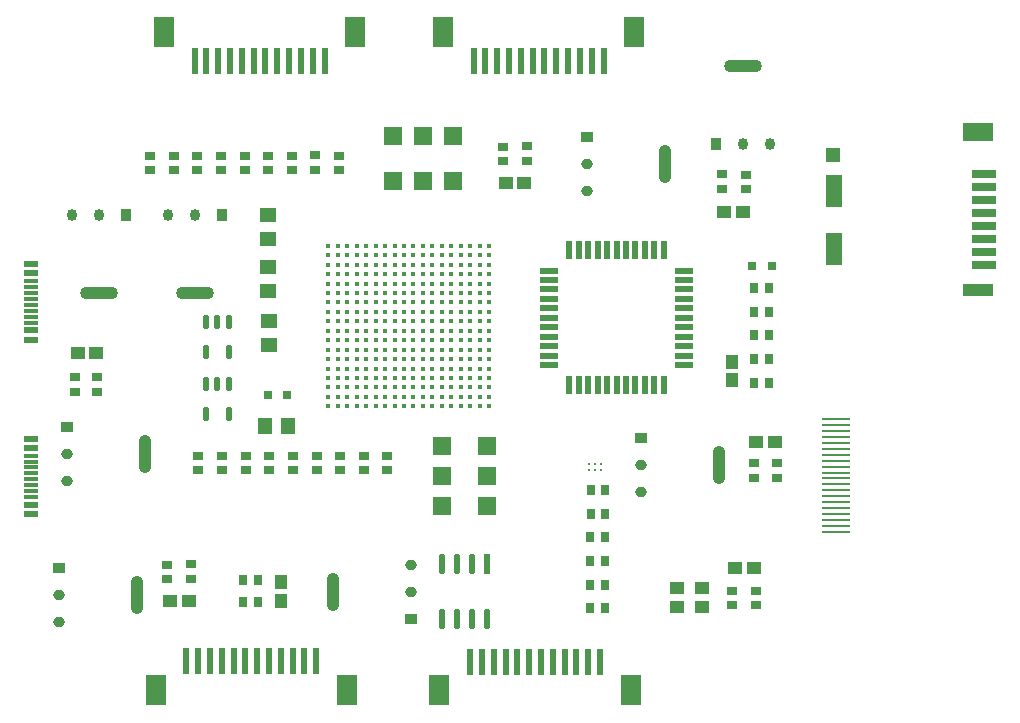
<source format=gbr>
%TF.GenerationSoftware,Altium Limited,Altium Designer,23.4.1 (23)*%
G04 Layer_Color=8421504*
%FSLAX45Y45*%
%MOMM*%
%TF.SameCoordinates,C80D94D6-ACD9-4930-820E-424AA932BAC3*%
%TF.FilePolarity,Positive*%
%TF.FileFunction,Paste,Top*%
%TF.Part,Single*%
G01*
G75*
%TA.AperFunction,SMDPad,CuDef*%
G04:AMPARAMS|DCode=10|XSize=1.21mm|YSize=0.59mm|CornerRadius=0.1475mm|HoleSize=0mm|Usage=FLASHONLY|Rotation=270.000|XOffset=0mm|YOffset=0mm|HoleType=Round|Shape=RoundedRectangle|*
%AMROUNDEDRECTD10*
21,1,1.21000,0.29500,0,0,270.0*
21,1,0.91500,0.59000,0,0,270.0*
1,1,0.29500,-0.14750,-0.45750*
1,1,0.29500,-0.14750,0.45750*
1,1,0.29500,0.14750,0.45750*
1,1,0.29500,0.14750,-0.45750*
%
%ADD10ROUNDEDRECTD10*%
%ADD11R,1.20000X1.45000*%
%TA.AperFunction,BGAPad,CuDef*%
%ADD12R,1.60000X1.60000*%
%TA.AperFunction,ConnectorPad*%
%ADD13R,1.15000X0.30000*%
%ADD14R,1.15000X0.60000*%
%TA.AperFunction,SMDPad,CuDef*%
%ADD15R,0.54213X1.70637*%
G04:AMPARAMS|DCode=16|XSize=1.70637mm|YSize=0.54213mm|CornerRadius=0.27107mm|HoleSize=0mm|Usage=FLASHONLY|Rotation=270.000|XOffset=0mm|YOffset=0mm|HoleType=Round|Shape=RoundedRectangle|*
%AMROUNDEDRECTD16*
21,1,1.70637,0.00000,0,0,270.0*
21,1,1.16424,0.54213,0,0,270.0*
1,1,0.54213,0.00000,-0.58212*
1,1,0.54213,0.00000,0.58212*
1,1,0.54213,0.00000,0.58212*
1,1,0.54213,0.00000,-0.58212*
%
%ADD16ROUNDEDRECTD16*%
%ADD17R,0.80000X0.80000*%
%ADD18R,1.20000X1.20000*%
%ADD19R,1.40000X2.70000*%
%ADD20R,2.00000X0.70000*%
%ADD21R,2.60000X1.50000*%
%ADD22R,2.60000X1.00000*%
%ADD23R,0.81213X0.75814*%
%ADD24R,1.30606X1.05822*%
%ADD25R,1.30000X1.10000*%
%ADD26R,0.87213X1.00429*%
G04:AMPARAMS|DCode=27|XSize=1.00429mm|YSize=0.87213mm|CornerRadius=0.43606mm|HoleSize=0mm|Usage=FLASHONLY|Rotation=270.000|XOffset=0mm|YOffset=0mm|HoleType=Round|Shape=RoundedRectangle|*
%AMROUNDEDRECTD27*
21,1,1.00429,0.00000,0,0,270.0*
21,1,0.13216,0.87213,0,0,270.0*
1,1,0.87213,0.00000,-0.06608*
1,1,0.87213,0.00000,0.06608*
1,1,0.87213,0.00000,0.06608*
1,1,0.87213,0.00000,-0.06608*
%
%ADD27ROUNDEDRECTD27*%
G04:AMPARAMS|DCode=28|XSize=1.00429mm|YSize=3.18213mm|CornerRadius=0.43687mm|HoleSize=0mm|Usage=FLASHONLY|Rotation=270.000|XOffset=0mm|YOffset=0mm|HoleType=Round|Shape=RoundedRectangle|*
%AMROUNDEDRECTD28*
21,1,1.00429,2.30840,0,0,270.0*
21,1,0.13056,3.18213,0,0,270.0*
1,1,0.87373,-1.15420,-0.06528*
1,1,0.87373,-1.15420,0.06528*
1,1,0.87373,1.15420,0.06528*
1,1,0.87373,1.15420,-0.06528*
%
%ADD28ROUNDEDRECTD28*%
%TA.AperFunction,ConnectorPad*%
%ADD29R,2.40000X0.28000*%
%TA.AperFunction,SMDPad,CuDef*%
%ADD30R,1.50000X0.55000*%
%ADD31R,0.55000X1.50000*%
%TA.AperFunction,BGAPad,CuDef*%
%ADD32C,0.45000*%
%ADD33C,0.25000*%
%TA.AperFunction,ConnectorPad*%
%ADD34R,0.60000X2.20000*%
%ADD35R,1.80000X2.60000*%
%TA.AperFunction,SMDPad,CuDef*%
%ADD36R,0.75814X0.81213*%
%ADD37R,1.05822X1.30606*%
%ADD38R,1.45000X1.20000*%
%ADD39R,1.00429X0.87213*%
G04:AMPARAMS|DCode=40|XSize=1.00429mm|YSize=0.87213mm|CornerRadius=0.43606mm|HoleSize=0mm|Usage=FLASHONLY|Rotation=0.000|XOffset=0mm|YOffset=0mm|HoleType=Round|Shape=RoundedRectangle|*
%AMROUNDEDRECTD40*
21,1,1.00429,0.00000,0,0,0.0*
21,1,0.13216,0.87213,0,0,0.0*
1,1,0.87213,0.06608,0.00000*
1,1,0.87213,-0.06608,0.00000*
1,1,0.87213,-0.06608,0.00000*
1,1,0.87213,0.06608,0.00000*
%
%ADD40ROUNDEDRECTD40*%
G04:AMPARAMS|DCode=41|XSize=1.00429mm|YSize=3.18213mm|CornerRadius=0.43687mm|HoleSize=0mm|Usage=FLASHONLY|Rotation=0.000|XOffset=0mm|YOffset=0mm|HoleType=Round|Shape=RoundedRectangle|*
%AMROUNDEDRECTD41*
21,1,1.00429,2.30840,0,0,0.0*
21,1,0.13056,3.18213,0,0,0.0*
1,1,0.87373,0.06528,-1.15420*
1,1,0.87373,-0.06528,-1.15420*
1,1,0.87373,-0.06528,1.15420*
1,1,0.87373,0.06528,1.15420*
%
%ADD41ROUNDEDRECTD41*%
%TA.AperFunction,BGAPad,CuDef*%
%ADD42R,1.60000X1.60000*%
D10*
X11265000Y7924500D02*
D03*
X11075000D02*
D03*
Y8175500D02*
D03*
X11170000D02*
D03*
X11265000D02*
D03*
Y7399000D02*
D03*
X11075000D02*
D03*
Y7650000D02*
D03*
X11170000D02*
D03*
X11265000D02*
D03*
D11*
X11770000Y7290000D02*
D03*
X11570000D02*
D03*
D12*
X13164000Y9370000D02*
D03*
X12656000D02*
D03*
Y9750000D02*
D03*
X13164000D02*
D03*
X12910001Y9370000D02*
D03*
Y9750000D02*
D03*
D13*
X9593000Y7042500D02*
D03*
Y6992500D02*
D03*
Y6942500D02*
D03*
Y6692500D02*
D03*
Y6742500D02*
D03*
Y6792500D02*
D03*
Y6892500D02*
D03*
Y6842500D02*
D03*
X9595500Y8520000D02*
D03*
Y8470000D02*
D03*
Y8420000D02*
D03*
Y8170000D02*
D03*
Y8220000D02*
D03*
Y8270000D02*
D03*
Y8370000D02*
D03*
Y8320000D02*
D03*
D14*
X9593000Y6627500D02*
D03*
Y7107500D02*
D03*
Y6547500D02*
D03*
Y7187500D02*
D03*
X9595500Y8105000D02*
D03*
Y8585000D02*
D03*
Y8025000D02*
D03*
Y8665000D02*
D03*
D15*
X13450500Y6123217D02*
D03*
D16*
X13323500D02*
D03*
X13196500D02*
D03*
X13069501D02*
D03*
Y5656783D02*
D03*
X13196500D02*
D03*
X13323500D02*
D03*
X13450500D02*
D03*
D17*
X11762500Y7560000D02*
D03*
X11597500D02*
D03*
X15862500Y8650000D02*
D03*
X15697501D02*
D03*
D18*
X16382500Y9590000D02*
D03*
D19*
X16392500Y8795000D02*
D03*
Y9285000D02*
D03*
D20*
X17662500Y9425000D02*
D03*
Y9315000D02*
D03*
Y9205000D02*
D03*
Y9095000D02*
D03*
Y8985000D02*
D03*
Y8875000D02*
D03*
Y8765000D02*
D03*
Y8655000D02*
D03*
D21*
X17612500Y9780000D02*
D03*
D22*
Y8445000D02*
D03*
D23*
X12200000Y9582699D02*
D03*
Y9457301D02*
D03*
X10740000Y5994601D02*
D03*
Y6120000D02*
D03*
X10950000Y5997300D02*
D03*
Y6122699D02*
D03*
X13789999Y9537301D02*
D03*
Y9662699D02*
D03*
X13589999Y9534601D02*
D03*
Y9660000D02*
D03*
X15734700Y5900400D02*
D03*
Y5775001D02*
D03*
X15531500Y5900400D02*
D03*
Y5775001D02*
D03*
X10152500Y7706500D02*
D03*
Y7581101D02*
D03*
X9962000Y7707300D02*
D03*
Y7581902D02*
D03*
X15439400Y9298501D02*
D03*
Y9423900D02*
D03*
X15642599Y9297701D02*
D03*
Y9423100D02*
D03*
X15910001Y6980000D02*
D03*
Y6854601D02*
D03*
X15710001Y6982699D02*
D03*
Y6857300D02*
D03*
X11010000Y6917301D02*
D03*
Y7042700D02*
D03*
X11210000Y6917301D02*
D03*
Y7042700D02*
D03*
X11410000Y6917301D02*
D03*
Y7042700D02*
D03*
X11610000Y6917301D02*
D03*
Y7042700D02*
D03*
X11810000Y6917301D02*
D03*
Y7042700D02*
D03*
X10600000Y9582699D02*
D03*
Y9457301D02*
D03*
X12010000Y6917301D02*
D03*
Y7042700D02*
D03*
X10800000Y9582699D02*
D03*
Y9457301D02*
D03*
X12210000Y6917301D02*
D03*
Y7042700D02*
D03*
X11000000Y9582699D02*
D03*
Y9457301D02*
D03*
X12410000Y6917301D02*
D03*
Y7042700D02*
D03*
X11200000Y9582699D02*
D03*
Y9457301D02*
D03*
X12610000Y6917301D02*
D03*
Y7042700D02*
D03*
X11400000Y9582699D02*
D03*
Y9457301D02*
D03*
X11600000Y9582699D02*
D03*
Y9457301D02*
D03*
X11800000Y9582699D02*
D03*
Y9457301D02*
D03*
X12000000Y9585399D02*
D03*
Y9460000D02*
D03*
D24*
X15889999Y7160000D02*
D03*
X15734784D02*
D03*
X10772392Y5810000D02*
D03*
X10927608D02*
D03*
X13770000Y9350000D02*
D03*
X13614784D02*
D03*
X15710709Y6091700D02*
D03*
X15555492D02*
D03*
X9985991Y7910500D02*
D03*
X10141208D02*
D03*
X15618608Y9106400D02*
D03*
X15463393D02*
D03*
D25*
X15064999Y5757500D02*
D03*
X15275000D02*
D03*
Y5922500D02*
D03*
X15064999D02*
D03*
D26*
X11209000Y9079500D02*
D03*
X10399000Y9077000D02*
D03*
X15388200Y9678600D02*
D03*
D27*
X10980000Y9079500D02*
D03*
X10751000D02*
D03*
X10170000Y9077000D02*
D03*
X9941000D02*
D03*
X15617200Y9678600D02*
D03*
X15846201D02*
D03*
D28*
X10980000Y8420500D02*
D03*
X10170000Y8418000D02*
D03*
X15617200Y10337600D02*
D03*
D29*
X16411501Y7350000D02*
D03*
Y7300000D02*
D03*
Y7250000D02*
D03*
Y7200000D02*
D03*
Y7150000D02*
D03*
Y7100000D02*
D03*
Y7050000D02*
D03*
Y7000000D02*
D03*
Y6950000D02*
D03*
Y6900000D02*
D03*
Y6850000D02*
D03*
Y6800000D02*
D03*
Y6750000D02*
D03*
Y6700000D02*
D03*
Y6650000D02*
D03*
Y6600000D02*
D03*
Y6550000D02*
D03*
Y6500000D02*
D03*
Y6450000D02*
D03*
Y6400000D02*
D03*
D30*
X13980000Y7810000D02*
D03*
Y7890000D02*
D03*
Y7970000D02*
D03*
Y8050000D02*
D03*
Y8130000D02*
D03*
Y8210000D02*
D03*
Y8290000D02*
D03*
Y8370000D02*
D03*
Y8450000D02*
D03*
Y8530000D02*
D03*
Y8610000D02*
D03*
X15120000D02*
D03*
Y8530000D02*
D03*
Y8450000D02*
D03*
Y8370000D02*
D03*
Y8290000D02*
D03*
Y8210000D02*
D03*
Y8130000D02*
D03*
Y8050000D02*
D03*
Y7970000D02*
D03*
Y7890000D02*
D03*
Y7810000D02*
D03*
D31*
X14150000Y8780000D02*
D03*
X14230000D02*
D03*
X14310001D02*
D03*
X14389999D02*
D03*
X14470000D02*
D03*
X14550000D02*
D03*
X14630000D02*
D03*
X14710001D02*
D03*
X14789999D02*
D03*
X14870000D02*
D03*
X14950000D02*
D03*
Y7640000D02*
D03*
X14870000D02*
D03*
X14789999D02*
D03*
X14710001D02*
D03*
X14630000D02*
D03*
X14550000D02*
D03*
X14470000D02*
D03*
X14389999D02*
D03*
X14310001D02*
D03*
X14230000D02*
D03*
X14150000D02*
D03*
D32*
X12110000Y8820000D02*
D03*
X12190000D02*
D03*
X12270000D02*
D03*
X12350000D02*
D03*
X12430000D02*
D03*
X12510000D02*
D03*
X12590000D02*
D03*
X12670000D02*
D03*
X12750000D02*
D03*
X12830000D02*
D03*
X12910001D02*
D03*
X12989999D02*
D03*
X13070000D02*
D03*
X13150000D02*
D03*
X13230000D02*
D03*
X13310001D02*
D03*
X13389999D02*
D03*
X13470000D02*
D03*
X12110000Y8740000D02*
D03*
X12190000D02*
D03*
X12270000D02*
D03*
X12350000D02*
D03*
X12430000D02*
D03*
X12510000D02*
D03*
X12590000D02*
D03*
X12670000D02*
D03*
X12750000D02*
D03*
X12830000D02*
D03*
X12910001D02*
D03*
X12989999D02*
D03*
X13070000D02*
D03*
X13150000D02*
D03*
X13230000D02*
D03*
X13310001D02*
D03*
X13389999D02*
D03*
X13470000D02*
D03*
X12110000Y8660000D02*
D03*
X12190000D02*
D03*
X12270000D02*
D03*
X12350000D02*
D03*
X12430000D02*
D03*
X12510000D02*
D03*
X12590000D02*
D03*
X12670000D02*
D03*
X12750000D02*
D03*
X12830000D02*
D03*
X12910001D02*
D03*
X12989999D02*
D03*
X13070000D02*
D03*
X13150000D02*
D03*
X13230000D02*
D03*
X13310001D02*
D03*
X13389999D02*
D03*
X13470000D02*
D03*
X12110000Y8580000D02*
D03*
X12190000D02*
D03*
X12270000D02*
D03*
X12350000D02*
D03*
X12430000D02*
D03*
X12510000D02*
D03*
X12590000D02*
D03*
X12670000D02*
D03*
X12750000D02*
D03*
X12830000D02*
D03*
X12910001D02*
D03*
X12989999D02*
D03*
X13070000D02*
D03*
X13150000D02*
D03*
X13230000D02*
D03*
X13310001D02*
D03*
X13389999D02*
D03*
X13470000D02*
D03*
X12110000Y8500000D02*
D03*
X12190000D02*
D03*
X12270000D02*
D03*
X12350000D02*
D03*
X12430000D02*
D03*
X12510000D02*
D03*
X12590000D02*
D03*
X12670000D02*
D03*
X12750000D02*
D03*
X12830000D02*
D03*
X12910001D02*
D03*
X12989999D02*
D03*
X13070000D02*
D03*
X13150000D02*
D03*
X13230000D02*
D03*
X13310001D02*
D03*
X13389999D02*
D03*
X13470000D02*
D03*
X12110000Y8420000D02*
D03*
X12190000D02*
D03*
X12270000D02*
D03*
X12350000D02*
D03*
X12430000D02*
D03*
X12510000D02*
D03*
X12590000D02*
D03*
X12670000D02*
D03*
X12750000D02*
D03*
X12830000D02*
D03*
X12910001D02*
D03*
X12989999D02*
D03*
X13070000D02*
D03*
X13150000D02*
D03*
X13230000D02*
D03*
X13310001D02*
D03*
X13389999D02*
D03*
X13470000D02*
D03*
X12110000Y8340000D02*
D03*
X12190000D02*
D03*
X12270000D02*
D03*
X12350000D02*
D03*
X12430000D02*
D03*
X12510000D02*
D03*
X12590000D02*
D03*
X12670000D02*
D03*
X12750000D02*
D03*
X12830000D02*
D03*
X12910001D02*
D03*
X12989999D02*
D03*
X13070000D02*
D03*
X13150000D02*
D03*
X13230000D02*
D03*
X13310001D02*
D03*
X13389999D02*
D03*
X13470000D02*
D03*
X12110000Y8260000D02*
D03*
X12190000D02*
D03*
X12270000D02*
D03*
X12350000D02*
D03*
X12430000D02*
D03*
X12510000D02*
D03*
X12590000D02*
D03*
X12670000D02*
D03*
X12750000D02*
D03*
X12830000D02*
D03*
X12910001D02*
D03*
X12989999D02*
D03*
X13070000D02*
D03*
X13150000D02*
D03*
X13230000D02*
D03*
X13310001D02*
D03*
X13389999D02*
D03*
X13470000D02*
D03*
X12110000Y8180000D02*
D03*
X12190000D02*
D03*
X12270000D02*
D03*
X12350000D02*
D03*
X12430000D02*
D03*
X12510000D02*
D03*
X12590000D02*
D03*
X12670000D02*
D03*
X12750000D02*
D03*
X12830000D02*
D03*
X12910001D02*
D03*
X12989999D02*
D03*
X13070000D02*
D03*
X13150000D02*
D03*
X13230000D02*
D03*
X13310001D02*
D03*
X13389999D02*
D03*
X13470000D02*
D03*
X12110000Y8100000D02*
D03*
X12190000D02*
D03*
X12270000D02*
D03*
X12350000D02*
D03*
X12430000D02*
D03*
X12510000D02*
D03*
X12590000D02*
D03*
X12670000D02*
D03*
X12750000D02*
D03*
X12830000D02*
D03*
X12910001D02*
D03*
X12989999D02*
D03*
X13070000D02*
D03*
X13150000D02*
D03*
X13230000D02*
D03*
X13310001D02*
D03*
X13389999D02*
D03*
X13470000D02*
D03*
X12110000Y8020000D02*
D03*
X12190000D02*
D03*
X12270000D02*
D03*
X12350000D02*
D03*
X12430000D02*
D03*
X12510000D02*
D03*
X12590000D02*
D03*
X12670000D02*
D03*
X12750000D02*
D03*
X12830000D02*
D03*
X12910001D02*
D03*
X12989999D02*
D03*
X13070000D02*
D03*
X13150000D02*
D03*
X13230000D02*
D03*
X13310001D02*
D03*
X13389999D02*
D03*
X13470000D02*
D03*
X12110000Y7940000D02*
D03*
X12190000D02*
D03*
X12270000D02*
D03*
X12350000D02*
D03*
X12430000D02*
D03*
X12510000D02*
D03*
X12590000D02*
D03*
X12670000D02*
D03*
X12750000D02*
D03*
X12830000D02*
D03*
X12910001D02*
D03*
X12989999D02*
D03*
X13070000D02*
D03*
X13150000D02*
D03*
X13230000D02*
D03*
X13310001D02*
D03*
X13389999D02*
D03*
X13470000D02*
D03*
X12110000Y7860000D02*
D03*
X12190000D02*
D03*
X12270000D02*
D03*
X12350000D02*
D03*
X12430000D02*
D03*
X12510000D02*
D03*
X12590000D02*
D03*
X12670000D02*
D03*
X12750000D02*
D03*
X12830000D02*
D03*
X12910001D02*
D03*
X12989999D02*
D03*
X13070000D02*
D03*
X13150000D02*
D03*
X13230000D02*
D03*
X13310001D02*
D03*
X13389999D02*
D03*
X13470000D02*
D03*
X12110000Y7780000D02*
D03*
X12190000D02*
D03*
X12270000D02*
D03*
X12350000D02*
D03*
X12430000D02*
D03*
X12510000D02*
D03*
X12590000D02*
D03*
X12670000D02*
D03*
X12750000D02*
D03*
X12830000D02*
D03*
X12910001D02*
D03*
X12989999D02*
D03*
X13070000D02*
D03*
X13150000D02*
D03*
X13230000D02*
D03*
X13310001D02*
D03*
X13389999D02*
D03*
X13470000D02*
D03*
X12110000Y7700000D02*
D03*
X12190000D02*
D03*
X12270000D02*
D03*
X12350000D02*
D03*
X12430000D02*
D03*
X12510000D02*
D03*
X12590000D02*
D03*
X12670000D02*
D03*
X12750000D02*
D03*
X12830000D02*
D03*
X12910001D02*
D03*
X12989999D02*
D03*
X13070000D02*
D03*
X13150000D02*
D03*
X13230000D02*
D03*
X13310001D02*
D03*
X13389999D02*
D03*
X13470000D02*
D03*
X12110000Y7620000D02*
D03*
X12190000D02*
D03*
X12270000D02*
D03*
X12350000D02*
D03*
X12430000D02*
D03*
X12510000D02*
D03*
X12590000D02*
D03*
X12670000D02*
D03*
X12750000D02*
D03*
X12830000D02*
D03*
X12910001D02*
D03*
X12989999D02*
D03*
X13070000D02*
D03*
X13150000D02*
D03*
X13230000D02*
D03*
X13310001D02*
D03*
X13389999D02*
D03*
X13470000D02*
D03*
X12110000Y7540000D02*
D03*
X12190000D02*
D03*
X12270000D02*
D03*
X12350000D02*
D03*
X12430000D02*
D03*
X12510000D02*
D03*
X12590000D02*
D03*
X12670000D02*
D03*
X12750000D02*
D03*
X12830000D02*
D03*
X12910001D02*
D03*
X12989999D02*
D03*
X13070000D02*
D03*
X13150000D02*
D03*
X13230000D02*
D03*
X13310001D02*
D03*
X13389999D02*
D03*
X13470000D02*
D03*
X12110000Y7460000D02*
D03*
X12190000D02*
D03*
X12270000D02*
D03*
X12350000D02*
D03*
X12430000D02*
D03*
X12510000D02*
D03*
X12590000D02*
D03*
X12670000D02*
D03*
X12750000D02*
D03*
X12830000D02*
D03*
X12910001D02*
D03*
X12989999D02*
D03*
X13070000D02*
D03*
X13150000D02*
D03*
X13230000D02*
D03*
X13310001D02*
D03*
X13389999D02*
D03*
X13470000D02*
D03*
D33*
X14420000Y6970000D02*
D03*
Y6920000D02*
D03*
X14370000Y6970000D02*
D03*
Y6920000D02*
D03*
X14320000Y6970000D02*
D03*
Y6920000D02*
D03*
D34*
X11177300Y10387100D02*
D03*
X11277300D02*
D03*
X11377300D02*
D03*
X11677300D02*
D03*
X11777300D02*
D03*
X12077300D02*
D03*
X11977300D02*
D03*
X11877300D02*
D03*
X11577300D02*
D03*
X11477300D02*
D03*
X11077300D02*
D03*
X10977300D02*
D03*
X11807500Y5300000D02*
D03*
X11707500D02*
D03*
X11607500D02*
D03*
X11307500D02*
D03*
X11207500D02*
D03*
X10907500D02*
D03*
X11007500D02*
D03*
X11107500D02*
D03*
X11407500D02*
D03*
X11507500D02*
D03*
X11907500D02*
D03*
X12007500D02*
D03*
X14210001Y5295000D02*
D03*
X14110001D02*
D03*
X14010001D02*
D03*
X13710001D02*
D03*
X13610001D02*
D03*
X13310001D02*
D03*
X13410001D02*
D03*
X13510001D02*
D03*
X13810001D02*
D03*
X13910001D02*
D03*
X14310001D02*
D03*
X14410001D02*
D03*
X13539500Y10387100D02*
D03*
X13639500D02*
D03*
X13739500D02*
D03*
X14039500D02*
D03*
X14139500D02*
D03*
X14439500D02*
D03*
X14339500D02*
D03*
X14239500D02*
D03*
X13939500D02*
D03*
X13839500D02*
D03*
X13439500D02*
D03*
X13339500D02*
D03*
D35*
X12337300Y10627100D02*
D03*
X10717300D02*
D03*
X10647500Y5060000D02*
D03*
X12267500D02*
D03*
X13050000Y5055000D02*
D03*
X14670000D02*
D03*
X14699500Y10627100D02*
D03*
X13079500D02*
D03*
D36*
X11516600Y5802700D02*
D03*
X11391201D02*
D03*
X11516600Y5993200D02*
D03*
X11391201D02*
D03*
X15717300Y8460000D02*
D03*
X15842699D02*
D03*
X15717300Y8260000D02*
D03*
X15842699D02*
D03*
X15717300Y8060000D02*
D03*
X15842699D02*
D03*
X15717300Y7860000D02*
D03*
X15842699D02*
D03*
X15717300Y7660000D02*
D03*
X15842699D02*
D03*
X14330101Y6753300D02*
D03*
X14455499D02*
D03*
X14330000Y6550000D02*
D03*
X14455399D02*
D03*
X14327301Y6350000D02*
D03*
X14452699D02*
D03*
X14327301Y6150000D02*
D03*
X14452699D02*
D03*
X14327301Y5950000D02*
D03*
X14452699D02*
D03*
X14327301Y5750000D02*
D03*
X14452699D02*
D03*
D37*
X11707900Y5813992D02*
D03*
Y5969208D02*
D03*
X15530000Y7682392D02*
D03*
Y7837608D02*
D03*
D38*
X11610000Y8180000D02*
D03*
Y7980000D02*
D03*
X11600000Y9080000D02*
D03*
Y8880000D02*
D03*
Y8440000D02*
D03*
Y8640000D02*
D03*
D39*
X9830500Y6089000D02*
D03*
X12810001Y5661000D02*
D03*
X14300500Y9739000D02*
D03*
X9900500Y7289000D02*
D03*
X14760500Y7189000D02*
D03*
D40*
X9830500Y5860000D02*
D03*
Y5631000D02*
D03*
X12810001Y5890000D02*
D03*
Y6119000D02*
D03*
X14300500Y9510000D02*
D03*
Y9281000D02*
D03*
X9900500Y7060000D02*
D03*
Y6831000D02*
D03*
X14760500Y6960000D02*
D03*
Y6731000D02*
D03*
D41*
X10489500Y5860000D02*
D03*
X12151000Y5890000D02*
D03*
X14959500Y9510000D02*
D03*
X10559500Y7060000D02*
D03*
X15419501Y6960000D02*
D03*
D42*
X13070000Y6616000D02*
D03*
Y7124000D02*
D03*
X13450000D02*
D03*
Y6616000D02*
D03*
X13070000Y6870000D02*
D03*
X13450000D02*
D03*
%TF.MD5,7272aacf69fe14fba5a9e4032af794c5*%
M02*

</source>
